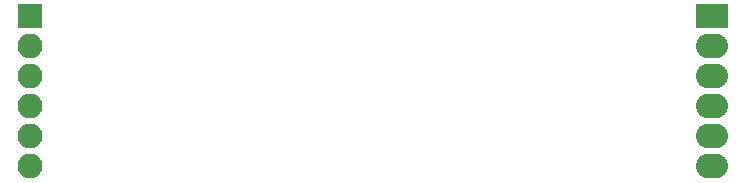
<source format=gbs>
G04 #@! TF.GenerationSoftware,KiCad,Pcbnew,(5.0.0-rc2-dev-222-g3b0a758)*
G04 #@! TF.CreationDate,2018-04-29T02:35:51+02:00*
G04 #@! TF.ProjectId,6pin100mil,3670696E3130306D696C2E6B69636164,rev?*
G04 #@! TF.SameCoordinates,Original*
G04 #@! TF.FileFunction,Soldermask,Bot*
G04 #@! TF.FilePolarity,Negative*
%FSLAX46Y46*%
G04 Gerber Fmt 4.6, Leading zero omitted, Abs format (unit mm)*
G04 Created by KiCad (PCBNEW (5.0.0-rc2-dev-222-g3b0a758)) date Sunday, 29 April 2018 at 02:35:51*
%MOMM*%
%LPD*%
G01*
G04 APERTURE LIST*
%ADD10O,2.700000X2.100000*%
%ADD11R,2.700000X2.100000*%
%ADD12R,2.100000X2.100000*%
%ADD13O,2.100000X2.100000*%
G04 APERTURE END LIST*
D10*
X110500000Y-62860000D03*
X110500000Y-60320000D03*
X110500000Y-57780000D03*
X110500000Y-55240000D03*
X110500000Y-52700000D03*
D11*
X110500000Y-50160000D03*
D12*
X52800000Y-50160000D03*
D13*
X52800000Y-52700000D03*
X52800000Y-55240000D03*
X52800000Y-57780000D03*
X52800000Y-60320000D03*
X52800000Y-62860000D03*
M02*

</source>
